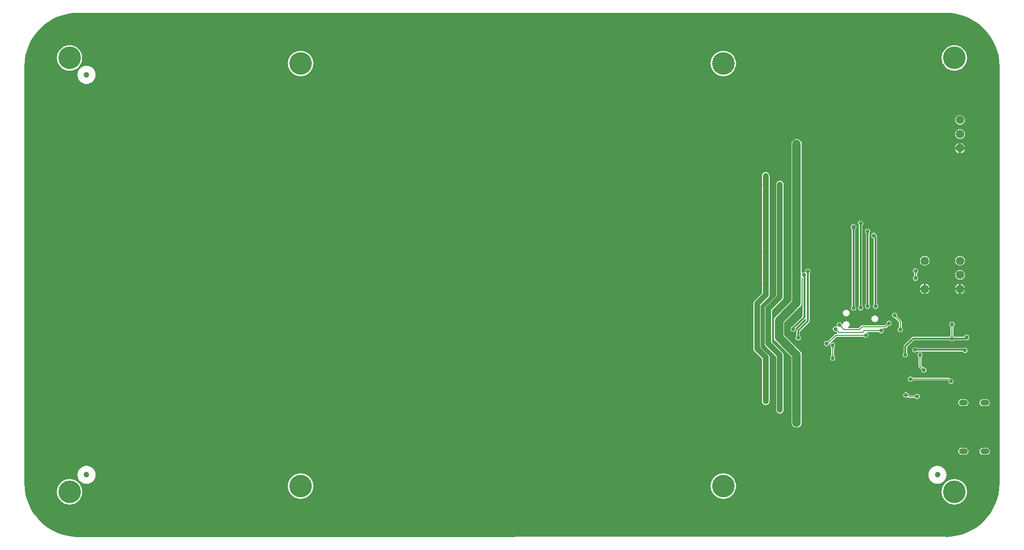
<source format=gbl>
G04*
G04 #@! TF.GenerationSoftware,Altium Limited,CircuitStudio,1.5.2 (30)*
G04*
G04 Layer_Physical_Order=2*
G04 Layer_Color=26367*
%FSLAX25Y25*%
%MOIN*%
G70*
G01*
G75*
%ADD26C,0.03937*%
%ADD44C,0.01181*%
%ADD45C,0.00787*%
%ADD46C,0.00591*%
%ADD47C,0.03937*%
%ADD48C,0.05906*%
%ADD50C,0.05906*%
%ADD51C,0.15748*%
%ADD52O,0.06299X0.03937*%
%ADD53C,0.03150*%
%ADD54C,0.02756*%
G36*
X-2235Y334510D02*
X1400Y333971D01*
X4965Y333078D01*
X8425Y331840D01*
X11747Y330269D01*
X14899Y328380D01*
X17850Y326191D01*
X20573Y323723D01*
X23041Y321000D01*
X25230Y318048D01*
X27119Y314896D01*
X28691Y311574D01*
X29929Y308114D01*
X30822Y304550D01*
X31361Y300915D01*
X31539Y297289D01*
X31496Y297244D01*
X31496D01*
X31541Y5906D01*
X31361Y2235D01*
X30822Y-1400D01*
X29929Y-4965D01*
X28691Y-8425D01*
X27119Y-11747D01*
X25230Y-14899D01*
X23041Y-17850D01*
X20573Y-20573D01*
X17850Y-23041D01*
X14899Y-25230D01*
X11747Y-27119D01*
X8425Y-28691D01*
X4965Y-29929D01*
X1400Y-30822D01*
X-2235Y-31361D01*
X-5861Y-31539D01*
X-5906Y-31496D01*
Y-31496D01*
X-612205Y-31541D01*
X-615875Y-31361D01*
X-619510Y-30822D01*
X-623075Y-29929D01*
X-626535Y-28691D01*
X-629857Y-27119D01*
X-633009Y-25230D01*
X-635961Y-23041D01*
X-638684Y-20573D01*
X-641151Y-17850D01*
X-643340Y-14899D01*
X-645230Y-11747D01*
X-646801Y-8425D01*
X-648039Y-4965D01*
X-648932Y-1400D01*
X-649471Y2235D01*
X-649649Y5861D01*
X-649606Y5906D01*
X-649606D01*
X-649651Y297244D01*
X-649471Y300915D01*
X-648932Y304550D01*
X-648039Y308114D01*
X-646801Y311574D01*
X-645230Y314896D01*
X-643340Y318048D01*
X-641151Y321000D01*
X-638684Y323723D01*
X-635961Y326191D01*
X-633009Y328380D01*
X-629857Y330269D01*
X-626535Y331840D01*
X-623075Y333078D01*
X-619510Y333971D01*
X-615875Y334510D01*
X-612250Y334689D01*
X-612205Y334646D01*
Y334646D01*
X-5906Y334691D01*
X-2235Y334510D01*
D02*
G37*
%LPC*%
G36*
X-27559Y100971D02*
X-28250Y100833D01*
X-28836Y100442D01*
X-29228Y99856D01*
X-29365Y99164D01*
X-29228Y98473D01*
X-28836Y97887D01*
X-28250Y97496D01*
X-27559Y97358D01*
X-26868Y97496D01*
X-26282Y97887D01*
X-26233Y97960D01*
X-24142D01*
X-24101Y97541D01*
X-24096Y97493D01*
X-24094Y97468D01*
X-24093Y97461D01*
X-24390Y97401D01*
X-24403Y97399D01*
X-24403D01*
X-24707Y97338D01*
X-25293Y96947D01*
X-25685Y96361D01*
X-25822Y95669D01*
X-25685Y94978D01*
X-25293Y94392D01*
X-24919Y94142D01*
Y87795D01*
X-24850Y87450D01*
X-24654Y87157D01*
X-22978Y85481D01*
X-23066Y85039D01*
X-22929Y84348D01*
X-22537Y83762D01*
X-21951Y83371D01*
X-21260Y83233D01*
X-20569Y83371D01*
X-19983Y83762D01*
X-19591Y84348D01*
X-19454Y85039D01*
X-19591Y85731D01*
X-19983Y86317D01*
X-20569Y86708D01*
X-21260Y86846D01*
X-21701Y86758D01*
X-23113Y88169D01*
Y94142D01*
X-22738Y94392D01*
X-22347Y94978D01*
X-22209Y95669D01*
X-22347Y96361D01*
X-22738Y96947D01*
X-23325Y97338D01*
X-23629Y97399D01*
X-23629D01*
X-23642Y97401D01*
X-23938Y97461D01*
X-23938Y97468D01*
X-23935Y97493D01*
X-23931Y97541D01*
X-23889Y97960D01*
X5923D01*
X6203Y97542D01*
X6789Y97150D01*
X7480Y97013D01*
X8172Y97150D01*
X8758Y97542D01*
X9149Y98128D01*
X9287Y98819D01*
X9149Y99510D01*
X8758Y100096D01*
X8172Y100488D01*
X7480Y100625D01*
X6789Y100488D01*
X6611Y100369D01*
X-26233D01*
X-26282Y100442D01*
X-26868Y100833D01*
X-27559Y100971D01*
D02*
G37*
G36*
X-1575Y118736D02*
X-2266Y118598D01*
X-2852Y118206D01*
X-3244Y117620D01*
X-3381Y116929D01*
X-3244Y116238D01*
X-2852Y115652D01*
X-2578Y115469D01*
Y108547D01*
X-2852Y108364D01*
X-2901Y108291D01*
X-28740D01*
X-29201Y108199D01*
X-29592Y107938D01*
X-29592Y107938D01*
X-35103Y102426D01*
X-35364Y102036D01*
X-35456Y101575D01*
X-35456Y101575D01*
Y96995D01*
X-35529Y96947D01*
X-35921Y96361D01*
X-36058Y95669D01*
X-35921Y94978D01*
X-35529Y94392D01*
X-34943Y94000D01*
X-34252Y93863D01*
X-33561Y94000D01*
X-32975Y94392D01*
X-32583Y94978D01*
X-32446Y95669D01*
X-32583Y96361D01*
X-32975Y96947D01*
X-33048Y96995D01*
Y101076D01*
X-28241Y105882D01*
X-2901D01*
X-2852Y105809D01*
X-2266Y105418D01*
X-1575Y105280D01*
X-883Y105418D01*
X-298Y105809D01*
X-249Y105882D01*
X8661D01*
X9122Y105974D01*
X9513Y106235D01*
X9606Y106375D01*
X9939Y106597D01*
X10330Y107183D01*
X10468Y107874D01*
X10330Y108565D01*
X9939Y109151D01*
X9353Y109543D01*
X8661Y109680D01*
X7970Y109543D01*
X7384Y109151D01*
X6993Y108565D01*
X6938Y108291D01*
X-249D01*
X-298Y108364D01*
X-571Y108547D01*
Y115469D01*
X-298Y115652D01*
X94Y116238D01*
X232Y116929D01*
X94Y117620D01*
X-298Y118206D01*
X-883Y118598D01*
X-1575Y118736D01*
D02*
G37*
G36*
X-110236Y246487D02*
X-111161Y246365D01*
X-112023Y246008D01*
X-112763Y245441D01*
X-113331Y244700D01*
X-113688Y243838D01*
X-113810Y242913D01*
Y164173D01*
Y133370D01*
X-124968Y122212D01*
X-125536Y121472D01*
X-125893Y120610D01*
X-126015Y119685D01*
Y107874D01*
X-125893Y106949D01*
X-125536Y106087D01*
X-124968Y105347D01*
X-113810Y94189D01*
Y85433D01*
Y48425D01*
X-113688Y47500D01*
X-113331Y46638D01*
X-112763Y45898D01*
X-112023Y45330D01*
X-111161Y44973D01*
X-110236Y44851D01*
X-109311Y44973D01*
X-108449Y45330D01*
X-107709Y45898D01*
X-107141Y46638D01*
X-106784Y47500D01*
X-106662Y48425D01*
Y85433D01*
Y95669D01*
X-106784Y96594D01*
X-107141Y97456D01*
X-107709Y98196D01*
X-107709Y98196D01*
X-118867Y109354D01*
Y118205D01*
X-107709Y129363D01*
X-107709Y129363D01*
X-107141Y130103D01*
X-106784Y130965D01*
X-106662Y131890D01*
Y149565D01*
X-106162Y149844D01*
X-105929Y149700D01*
Y122546D01*
X-112961Y115514D01*
X-113290Y115448D01*
X-113876Y115057D01*
X-114267Y114471D01*
X-114405Y113779D01*
X-114267Y113088D01*
X-113876Y112502D01*
X-113290Y112111D01*
X-112598Y111973D01*
X-111907Y112111D01*
X-111321Y112502D01*
X-110930Y113088D01*
X-110792Y113779D01*
X-110874Y114194D01*
X-104067Y121002D01*
X-103567Y120795D01*
Y119790D01*
X-109907Y113450D01*
X-110168Y113059D01*
X-110259Y112598D01*
X-110259Y112598D01*
Y108806D01*
X-110332Y108758D01*
X-110724Y108172D01*
X-110862Y107480D01*
X-110724Y106789D01*
X-110332Y106203D01*
X-109746Y105812D01*
X-109055Y105674D01*
X-108364Y105812D01*
X-107778Y106203D01*
X-107386Y106789D01*
X-107249Y107480D01*
X-107386Y108172D01*
X-107778Y108758D01*
X-107851Y108806D01*
Y112100D01*
X-101511Y118440D01*
X-101511Y118440D01*
X-101354Y118674D01*
X-101250Y118831D01*
X-101158Y119291D01*
Y152611D01*
X-101085Y152660D01*
X-100693Y153246D01*
X-100556Y153937D01*
X-100693Y154628D01*
X-101085Y155214D01*
X-101671Y155606D01*
X-102362Y155743D01*
X-103053Y155606D01*
X-103639Y155214D01*
X-104031Y154628D01*
X-104169Y153937D01*
X-104108Y153632D01*
X-104223Y153491D01*
X-104545Y153267D01*
X-105118Y153381D01*
X-105809Y153244D01*
X-106162Y153008D01*
X-106662Y153275D01*
Y164173D01*
Y242913D01*
X-106784Y243838D01*
X-107141Y244700D01*
X-107709Y245441D01*
X-108449Y246008D01*
X-109311Y246365D01*
X-110236Y246487D01*
D02*
G37*
G36*
X-33858Y69523D02*
X-34549Y69385D01*
X-35136Y68994D01*
X-35527Y68408D01*
X-35665Y67716D01*
X-35527Y67025D01*
X-35136Y66439D01*
X-34549Y66048D01*
X-33858Y65910D01*
X-33167Y66048D01*
X-32639Y66401D01*
X-32135Y65897D01*
X-31842Y65701D01*
X-31496Y65632D01*
X-31496Y65632D01*
X-27512D01*
X-27261Y65258D01*
X-26676Y64867D01*
X-25984Y64729D01*
X-25293Y64867D01*
X-24707Y65258D01*
X-24315Y65844D01*
X-24178Y66535D01*
X-24315Y67227D01*
X-24707Y67813D01*
X-25293Y68204D01*
X-25984Y68342D01*
X-26676Y68204D01*
X-27261Y67813D01*
X-27512Y67439D01*
X-31122D01*
X-32039Y68355D01*
X-32248Y68495D01*
X-32581Y68994D01*
X-33167Y69385D01*
X-33858Y69523D01*
D02*
G37*
G36*
X-30709Y80546D02*
X-31400Y80409D01*
X-31986Y80017D01*
X-32377Y79431D01*
X-32515Y78740D01*
X-32377Y78049D01*
X-31986Y77463D01*
X-31400Y77071D01*
X-30709Y76934D01*
X-30017Y77071D01*
X-29431Y77463D01*
X-29181Y77837D01*
X-4482D01*
X-4118Y77417D01*
X-4169Y77165D01*
X-4031Y76474D01*
X-3639Y75888D01*
X-3053Y75497D01*
X-2362Y75359D01*
X-1671Y75497D01*
X-1085Y75888D01*
X-693Y76474D01*
X-556Y77165D01*
X-693Y77857D01*
X-1085Y78443D01*
X-1671Y78834D01*
X-2362Y78972D01*
X-2803Y78884D01*
X-3298Y79379D01*
X-3591Y79575D01*
X-3937Y79643D01*
X-29181D01*
X-29431Y80017D01*
X-30017Y80409D01*
X-30709Y80546D01*
D02*
G37*
G36*
X-85039Y104225D02*
X-85731Y104087D01*
X-86317Y103695D01*
X-86708Y103109D01*
X-86846Y102418D01*
X-86708Y101727D01*
X-86317Y101141D01*
X-86043Y100958D01*
Y94767D01*
X-86317Y94584D01*
X-86708Y93998D01*
X-86846Y93307D01*
X-86708Y92616D01*
X-86317Y92030D01*
X-85731Y91638D01*
X-85039Y91501D01*
X-84348Y91638D01*
X-83762Y92030D01*
X-83371Y92616D01*
X-83233Y93307D01*
X-83371Y93998D01*
X-83762Y94584D01*
X-84036Y94767D01*
Y100958D01*
X-83762Y101141D01*
X-83371Y101727D01*
X-83233Y102418D01*
X-83371Y103109D01*
X-83762Y103695D01*
X-84348Y104087D01*
X-85039Y104225D01*
D02*
G37*
G36*
X-75512Y127257D02*
X-76427Y127075D01*
X-77202Y126556D01*
X-77720Y125781D01*
X-77902Y124866D01*
X-77720Y123951D01*
X-77202Y123176D01*
X-76427Y122658D01*
X-75512Y122476D01*
X-74597Y122658D01*
X-73822Y123176D01*
X-73303Y123951D01*
X-73121Y124866D01*
X-73303Y125781D01*
X-73822Y126556D01*
X-74597Y127075D01*
X-75512Y127257D01*
D02*
G37*
G36*
X-70472Y187046D02*
X-71241Y186894D01*
X-71892Y186459D01*
X-72327Y185807D01*
X-72479Y185039D01*
X-72327Y184271D01*
X-71892Y183620D01*
X-71677Y183476D01*
Y129673D01*
X-71750Y129624D01*
X-72141Y129038D01*
X-72279Y128347D01*
X-72141Y127655D01*
X-71750Y127069D01*
X-71164Y126678D01*
X-70472Y126540D01*
X-69781Y126678D01*
X-69195Y127069D01*
X-68804Y127655D01*
X-68666Y128347D01*
X-68804Y129038D01*
X-69195Y129624D01*
X-69268Y129673D01*
Y183476D01*
X-69053Y183620D01*
X-68618Y184271D01*
X-68465Y185039D01*
X-68618Y185807D01*
X-69053Y186459D01*
X-69704Y186894D01*
X-70472Y187046D01*
D02*
G37*
G36*
X-65512Y189444D02*
X-66203Y189307D01*
X-66789Y188915D01*
X-67181Y188329D01*
X-67318Y187638D01*
X-67181Y186946D01*
X-66789Y186361D01*
X-66716Y186312D01*
Y129830D01*
X-66789Y129781D01*
X-67181Y129195D01*
X-67318Y128504D01*
X-67181Y127813D01*
X-66789Y127227D01*
X-66203Y126835D01*
X-65512Y126698D01*
X-64821Y126835D01*
X-64235Y127227D01*
X-63843Y127813D01*
X-63705Y128504D01*
X-63843Y129195D01*
X-64235Y129781D01*
X-64308Y129830D01*
Y186312D01*
X-64235Y186361D01*
X-63843Y186946D01*
X-63705Y187638D01*
X-63843Y188329D01*
X-64235Y188915D01*
X-64821Y189307D01*
X-65512Y189444D01*
D02*
G37*
G36*
X-41732Y125035D02*
X-42424Y124897D01*
X-43010Y124506D01*
X-43401Y123920D01*
X-43539Y123228D01*
X-43401Y122537D01*
X-43010Y121951D01*
X-42424Y121560D01*
X-41740Y121424D01*
X-38799Y118482D01*
Y114846D01*
X-39073Y114663D01*
X-39464Y114077D01*
X-39602Y113386D01*
X-39464Y112695D01*
X-39073Y112109D01*
X-38486Y111717D01*
X-37795Y111580D01*
X-37104Y111717D01*
X-36518Y112109D01*
X-36126Y112695D01*
X-35989Y113386D01*
X-36126Y114077D01*
X-36518Y114663D01*
X-36792Y114846D01*
Y118898D01*
X-36856Y119218D01*
X-36868Y119282D01*
X-37086Y119607D01*
X-40056Y122577D01*
X-39926Y123228D01*
X-40063Y123920D01*
X-40455Y124506D01*
X-41041Y124897D01*
X-41732Y125035D01*
D02*
G37*
G36*
X-45669Y119523D02*
X-46361Y119385D01*
X-46947Y118994D01*
X-47338Y118408D01*
X-47476Y117717D01*
X-47411Y117394D01*
X-48447Y116358D01*
X-64468D01*
X-64852Y116281D01*
X-65178Y116064D01*
X-66853Y114389D01*
X-74099D01*
X-74250Y114889D01*
X-73822Y115176D01*
X-73303Y115951D01*
X-73121Y116866D01*
X-73303Y117781D01*
X-73822Y118556D01*
X-74597Y119075D01*
X-75512Y119256D01*
X-76427Y119075D01*
X-77202Y118556D01*
X-77720Y117781D01*
X-77902Y116866D01*
X-77749Y116096D01*
X-78204Y115843D01*
X-78573Y116212D01*
X-78509Y116535D01*
X-78646Y117227D01*
X-79038Y117813D01*
X-79624Y118204D01*
X-80315Y118342D01*
X-81006Y118204D01*
X-81592Y117813D01*
X-81984Y117227D01*
X-82121Y116535D01*
X-81984Y115844D01*
X-81913Y115738D01*
X-82273Y115377D01*
X-82380Y115448D01*
X-83071Y115586D01*
X-83762Y115448D01*
X-84348Y115057D01*
X-84740Y114471D01*
X-84877Y113779D01*
X-84740Y113088D01*
X-84348Y112502D01*
X-83762Y112111D01*
X-83071Y111973D01*
X-82748Y112037D01*
X-81663Y110952D01*
X-81870Y110452D01*
X-82677D01*
X-82998Y110389D01*
X-83061Y110376D01*
X-83387Y110158D01*
X-88472Y105074D01*
X-88679Y105212D01*
X-89370Y105350D01*
X-90061Y105212D01*
X-90647Y104821D01*
X-91039Y104235D01*
X-91176Y103543D01*
X-91039Y102852D01*
X-90647Y102266D01*
X-90061Y101874D01*
X-89370Y101737D01*
X-88679Y101874D01*
X-88093Y102266D01*
X-87701Y102852D01*
X-87663Y103044D01*
X-82262Y108445D01*
X-63271D01*
X-63088Y108171D01*
X-62502Y107780D01*
X-61811Y107642D01*
X-61120Y107780D01*
X-60534Y108171D01*
X-60142Y108758D01*
X-60005Y109449D01*
X-60142Y110140D01*
X-60534Y110726D01*
X-61086Y111095D01*
X-61090Y111131D01*
X-60794Y111595D01*
X-52641D01*
X-52458Y111321D01*
X-51872Y110930D01*
X-51181Y110792D01*
X-50490Y110930D01*
X-49904Y111321D01*
X-49512Y111907D01*
X-49375Y112598D01*
X-49512Y113290D01*
X-49887Y113851D01*
X-49858Y113990D01*
X-49715Y114351D01*
X-48031D01*
X-47648Y114427D01*
X-47322Y114645D01*
X-45992Y115974D01*
X-45669Y115910D01*
X-44978Y116048D01*
X-44392Y116439D01*
X-44000Y117025D01*
X-43863Y117717D01*
X-44000Y118408D01*
X-44392Y118994D01*
X-44978Y119385D01*
X-45669Y119523D01*
D02*
G37*
G36*
X-55512Y123257D02*
X-56427Y123075D01*
X-57202Y122556D01*
X-57720Y121781D01*
X-57902Y120866D01*
X-57720Y119951D01*
X-57202Y119176D01*
X-56427Y118658D01*
X-55512Y118476D01*
X-54597Y118658D01*
X-53821Y119176D01*
X-53303Y119951D01*
X-53121Y120866D01*
X-53303Y121781D01*
X-53821Y122556D01*
X-54597Y123075D01*
X-55512Y123257D01*
D02*
G37*
G36*
X-161417Y12838D02*
X-163154Y12667D01*
X-164824Y12161D01*
X-166363Y11338D01*
X-167711Y10231D01*
X-168818Y8882D01*
X-169641Y7343D01*
X-170147Y5674D01*
X-170318Y3937D01*
X-170147Y2200D01*
X-169641Y531D01*
X-168818Y-1008D01*
X-167711Y-2357D01*
X-166363Y-3464D01*
X-164824Y-4287D01*
X-163154Y-4793D01*
X-161417Y-4964D01*
X-159681Y-4793D01*
X-158011Y-4287D01*
X-156472Y-3464D01*
X-155123Y-2357D01*
X-154016Y-1008D01*
X-153194Y531D01*
X-152687Y2200D01*
X-152516Y3937D01*
X-152687Y5674D01*
X-153194Y7343D01*
X-154016Y8882D01*
X-155123Y10231D01*
X-156472Y11338D01*
X-158011Y12161D01*
X-159681Y12667D01*
X-161417Y12838D01*
D02*
G37*
G36*
X-606299Y18141D02*
X-607534Y18019D01*
X-608721Y17659D01*
X-609816Y17074D01*
X-610775Y16287D01*
X-611562Y15328D01*
X-612147Y14233D01*
X-612507Y13046D01*
X-612629Y11811D01*
X-612507Y10576D01*
X-612147Y9389D01*
X-611562Y8294D01*
X-610775Y7335D01*
X-609816Y6548D01*
X-608721Y5963D01*
X-607534Y5603D01*
X-606299Y5481D01*
X-605064Y5603D01*
X-603877Y5963D01*
X-602783Y6548D01*
X-601823Y7335D01*
X-601036Y8294D01*
X-600451Y9389D01*
X-600091Y10576D01*
X-599969Y11811D01*
X-600091Y13046D01*
X-600451Y14233D01*
X-601036Y15328D01*
X-601823Y16287D01*
X-602783Y17074D01*
X-603877Y17659D01*
X-605064Y18019D01*
X-606299Y18141D01*
D02*
G37*
G36*
X-11811D02*
X-13046Y18019D01*
X-14233Y17659D01*
X-15328Y17074D01*
X-16287Y16287D01*
X-17074Y15328D01*
X-17659Y14233D01*
X-18019Y13046D01*
X-18141Y11811D01*
X-18019Y10576D01*
X-17659Y9389D01*
X-17074Y8294D01*
X-16287Y7335D01*
X-15328Y6548D01*
X-14233Y5963D01*
X-13046Y5603D01*
X-11811Y5481D01*
X-10576Y5603D01*
X-9389Y5963D01*
X-8294Y6548D01*
X-7335Y7335D01*
X-6548Y8294D01*
X-5963Y9389D01*
X-5603Y10576D01*
X-5481Y11811D01*
X-5603Y13046D01*
X-5963Y14233D01*
X-6548Y15328D01*
X-7335Y16287D01*
X-8294Y17074D01*
X-9389Y17659D01*
X-10576Y18019D01*
X-11811Y18141D01*
D02*
G37*
G36*
X-618110Y8901D02*
X-619847Y8730D01*
X-621517Y8224D01*
X-623055Y7401D01*
X-624404Y6294D01*
X-625511Y4945D01*
X-626334Y3406D01*
X-626840Y1736D01*
X-627011Y0D01*
X-626840Y-1736D01*
X-626334Y-3406D01*
X-625511Y-4945D01*
X-624404Y-6294D01*
X-623055Y-7401D01*
X-621517Y-8224D01*
X-619847Y-8730D01*
X-618110Y-8901D01*
X-616374Y-8730D01*
X-614704Y-8224D01*
X-613165Y-7401D01*
X-611816Y-6294D01*
X-610709Y-4945D01*
X-609887Y-3406D01*
X-609380Y-1736D01*
X-609209Y0D01*
X-609380Y1736D01*
X-609887Y3406D01*
X-610709Y4945D01*
X-611816Y6294D01*
X-613165Y7401D01*
X-614704Y8224D01*
X-616374Y8730D01*
X-618110Y8901D01*
D02*
G37*
G36*
X0D02*
X-1736Y8730D01*
X-3406Y8224D01*
X-4945Y7401D01*
X-6294Y6294D01*
X-7401Y4945D01*
X-8224Y3406D01*
X-8730Y1736D01*
X-8901Y0D01*
X-8730Y-1736D01*
X-8224Y-3406D01*
X-7401Y-4945D01*
X-6294Y-6294D01*
X-4945Y-7401D01*
X-3406Y-8224D01*
X-1736Y-8730D01*
X0Y-8901D01*
X1736Y-8730D01*
X3406Y-8224D01*
X4945Y-7401D01*
X6294Y-6294D01*
X7401Y-4945D01*
X8224Y-3406D01*
X8730Y-1736D01*
X8901Y0D01*
X8730Y1736D01*
X8224Y3406D01*
X7401Y4945D01*
X6294Y6294D01*
X4945Y7401D01*
X3406Y8224D01*
X1736Y8730D01*
X0Y8901D01*
D02*
G37*
G36*
X-456693Y12838D02*
X-458429Y12667D01*
X-460099Y12161D01*
X-461638Y11338D01*
X-462987Y10231D01*
X-464094Y8882D01*
X-464917Y7343D01*
X-465423Y5674D01*
X-465594Y3937D01*
X-465423Y2200D01*
X-464917Y531D01*
X-464094Y-1008D01*
X-462987Y-2357D01*
X-461638Y-3464D01*
X-460099Y-4287D01*
X-458429Y-4793D01*
X-456693Y-4964D01*
X-454956Y-4793D01*
X-453287Y-4287D01*
X-451748Y-3464D01*
X-450399Y-2357D01*
X-449292Y-1008D01*
X-448469Y531D01*
X-447963Y2200D01*
X-447792Y3937D01*
X-447963Y5674D01*
X-448469Y7343D01*
X-449292Y8882D01*
X-450399Y10231D01*
X-451748Y11338D01*
X-453287Y12161D01*
X-454956Y12667D01*
X-456693Y12838D01*
D02*
G37*
G36*
X7441Y64692D02*
X5079D01*
X4157Y64509D01*
X3376Y63986D01*
X2854Y63205D01*
X2670Y62283D01*
X2854Y61362D01*
X3376Y60580D01*
X4157Y60058D01*
X5079Y59875D01*
X7441D01*
X8363Y60058D01*
X9144Y60580D01*
X9666Y61362D01*
X9849Y62283D01*
X9666Y63205D01*
X9144Y63986D01*
X8363Y64509D01*
X7441Y64692D01*
D02*
G37*
G36*
X22402D02*
X20039D01*
X19118Y64509D01*
X18336Y63986D01*
X17814Y63205D01*
X17631Y62283D01*
X17814Y61362D01*
X18336Y60580D01*
X19118Y60058D01*
X20039Y59875D01*
X22402D01*
X23323Y60058D01*
X24105Y60580D01*
X24627Y61362D01*
X24810Y62283D01*
X24627Y63205D01*
X24105Y63986D01*
X23323Y64509D01*
X22402Y64692D01*
D02*
G37*
G36*
X-131693Y223250D02*
X-132361Y223163D01*
X-132984Y222905D01*
X-133518Y222494D01*
X-133928Y221960D01*
X-134186Y221337D01*
X-134274Y220669D01*
Y141929D01*
Y138668D01*
X-139620Y133321D01*
X-140031Y132787D01*
X-140159Y132475D01*
X-140288Y132164D01*
X-140376Y131496D01*
Y100000D01*
X-140288Y99332D01*
X-140159Y99021D01*
X-140031Y98709D01*
X-139620Y98175D01*
X-134274Y92829D01*
Y63189D01*
X-134186Y62521D01*
X-133928Y61898D01*
X-133518Y61364D01*
X-132984Y60954D01*
X-132361Y60696D01*
X-131693Y60608D01*
X-131025Y60696D01*
X-130402Y60954D01*
X-129868Y61364D01*
X-129458Y61898D01*
X-129200Y62521D01*
X-129112Y63189D01*
Y93898D01*
X-129200Y94566D01*
X-129329Y94877D01*
X-129458Y95188D01*
X-129868Y95723D01*
X-135214Y101069D01*
Y130427D01*
X-129868Y135773D01*
X-129458Y136308D01*
X-129329Y136619D01*
X-129200Y136930D01*
X-129112Y137598D01*
Y141929D01*
Y220669D01*
X-129200Y221337D01*
X-129458Y221960D01*
X-129868Y222494D01*
X-130402Y222905D01*
X-131025Y223163D01*
X-131693Y223250D01*
D02*
G37*
G36*
X7441Y30676D02*
X5079D01*
X4157Y30493D01*
X3376Y29971D01*
X2854Y29189D01*
X2670Y28268D01*
X2854Y27346D01*
X3376Y26565D01*
X4157Y26043D01*
X5079Y25859D01*
X7441D01*
X8363Y26043D01*
X9144Y26565D01*
X9666Y27346D01*
X9849Y28268D01*
X9666Y29189D01*
X9144Y29971D01*
X8363Y30493D01*
X7441Y30676D01*
D02*
G37*
G36*
X22402D02*
X20039D01*
X19118Y30493D01*
X18336Y29971D01*
X17814Y29189D01*
X17631Y28268D01*
X17814Y27346D01*
X18336Y26565D01*
X19118Y26043D01*
X20039Y25859D01*
X22402D01*
X23323Y26043D01*
X24105Y26565D01*
X24627Y27346D01*
X24810Y28268D01*
X24627Y29189D01*
X24105Y29971D01*
X23323Y30493D01*
X22402Y30676D01*
D02*
G37*
G36*
X-121850Y217345D02*
X-122518Y217257D01*
X-123141Y216999D01*
X-123676Y216589D01*
X-124086Y216054D01*
X-124344Y215432D01*
X-124432Y214764D01*
Y137093D01*
X-131746Y129778D01*
X-132157Y129243D01*
X-132252Y129013D01*
X-132414Y128621D01*
X-132502Y127953D01*
Y103543D01*
X-132414Y102875D01*
X-132285Y102564D01*
X-132157Y102253D01*
X-131746Y101718D01*
X-124432Y94403D01*
Y57284D01*
X-124344Y56615D01*
X-124086Y55993D01*
X-123676Y55458D01*
X-123141Y55048D01*
X-122518Y54790D01*
X-121850Y54702D01*
X-121182Y54790D01*
X-120560Y55048D01*
X-120025Y55458D01*
X-119615Y55993D01*
X-119357Y56615D01*
X-119269Y57284D01*
Y95472D01*
X-119357Y96140D01*
X-119615Y96763D01*
X-119820Y97030D01*
X-120025Y97298D01*
X-127340Y104612D01*
Y126884D01*
X-120025Y134198D01*
X-119820Y134466D01*
X-119615Y134733D01*
X-119357Y135356D01*
X-119269Y136024D01*
Y214764D01*
X-119357Y215432D01*
X-119615Y216054D01*
X-120025Y216589D01*
X-120560Y216999D01*
X-121182Y217257D01*
X-121850Y217345D01*
D02*
G37*
G36*
X-60630Y183696D02*
X-61321Y183559D01*
X-61907Y183167D01*
X-62299Y182581D01*
X-62436Y181890D01*
X-62299Y181199D01*
X-61907Y180613D01*
X-61834Y180564D01*
Y130854D01*
X-61907Y130805D01*
X-62299Y130219D01*
X-62436Y129528D01*
X-62299Y128836D01*
X-61907Y128250D01*
X-61321Y127859D01*
X-60630Y127721D01*
X-59939Y127859D01*
X-59353Y128250D01*
X-58961Y128836D01*
X-58824Y129528D01*
X-58961Y130219D01*
X-59353Y130805D01*
X-59426Y130854D01*
Y180564D01*
X-59353Y180613D01*
X-58961Y181199D01*
X-58824Y181890D01*
X-58961Y182581D01*
X-59353Y183167D01*
X-59939Y183559D01*
X-60630Y183696D01*
D02*
G37*
G36*
X3150Y243628D02*
X3012Y243610D01*
X2150Y243253D01*
X1410Y242685D01*
X842Y241944D01*
X485Y241083D01*
X467Y240945D01*
X3150D01*
Y243628D01*
D02*
G37*
G36*
X4724D02*
Y240945D01*
X7407D01*
X7389Y241083D01*
X7032Y241944D01*
X6464Y242685D01*
X5724Y243253D01*
X4862Y243610D01*
X4724Y243628D01*
D02*
G37*
G36*
X3937Y253375D02*
X3063Y253260D01*
X2249Y252923D01*
X1550Y252387D01*
X1014Y251688D01*
X677Y250874D01*
X562Y250000D01*
X677Y249126D01*
X1014Y248312D01*
X1550Y247613D01*
X2249Y247077D01*
X3063Y246740D01*
X3937Y246625D01*
X4811Y246740D01*
X5625Y247077D01*
X6324Y247613D01*
X6860Y248312D01*
X7197Y249126D01*
X7312Y250000D01*
X7197Y250874D01*
X6860Y251688D01*
X6324Y252387D01*
X5625Y252923D01*
X4811Y253260D01*
X3937Y253375D01*
D02*
G37*
G36*
Y164793D02*
X3063Y164678D01*
X2249Y164340D01*
X1550Y163804D01*
X1014Y163105D01*
X677Y162291D01*
X562Y161417D01*
X677Y160544D01*
X1014Y159730D01*
X1550Y159031D01*
X2249Y158494D01*
X3063Y158157D01*
X3937Y158042D01*
X4811Y158157D01*
X5625Y158494D01*
X6324Y159031D01*
X6860Y159730D01*
X7197Y160544D01*
X7312Y161417D01*
X7197Y162291D01*
X6860Y163105D01*
X6324Y163804D01*
X5625Y164340D01*
X4811Y164678D01*
X3937Y164793D01*
D02*
G37*
G36*
X3150Y239370D02*
X467D01*
X485Y239232D01*
X842Y238371D01*
X1410Y237630D01*
X2150Y237062D01*
X3012Y236705D01*
X3150Y236687D01*
Y239370D01*
D02*
G37*
G36*
X7407D02*
X4724D01*
Y236687D01*
X4862Y236705D01*
X5724Y237062D01*
X6464Y237630D01*
X7032Y238371D01*
X7389Y239232D01*
X7407Y239370D01*
D02*
G37*
G36*
X-161417Y308114D02*
X-163154Y307943D01*
X-164824Y307436D01*
X-166363Y306614D01*
X-167711Y305507D01*
X-168818Y304158D01*
X-169641Y302619D01*
X-170147Y300949D01*
X-170318Y299213D01*
X-170147Y297476D01*
X-169641Y295806D01*
X-168818Y294267D01*
X-167711Y292919D01*
X-166363Y291812D01*
X-164824Y290989D01*
X-163154Y290482D01*
X-161417Y290312D01*
X-159681Y290482D01*
X-158011Y290989D01*
X-156472Y291812D01*
X-155123Y292919D01*
X-154016Y294267D01*
X-153194Y295806D01*
X-152687Y297476D01*
X-152516Y299213D01*
X-152687Y300949D01*
X-153194Y302619D01*
X-154016Y304158D01*
X-155123Y305507D01*
X-156472Y306614D01*
X-158011Y307436D01*
X-159681Y307943D01*
X-161417Y308114D01*
D02*
G37*
G36*
X-618110Y312051D02*
X-619847Y311880D01*
X-621517Y311373D01*
X-623055Y310551D01*
X-624404Y309444D01*
X-625511Y308095D01*
X-626334Y306556D01*
X-626840Y304886D01*
X-627011Y303150D01*
X-626840Y301413D01*
X-626334Y299743D01*
X-625511Y298204D01*
X-624404Y296856D01*
X-623055Y295749D01*
X-621517Y294926D01*
X-619847Y294420D01*
X-618110Y294249D01*
X-616374Y294420D01*
X-614704Y294926D01*
X-613165Y295749D01*
X-611816Y296856D01*
X-610709Y298204D01*
X-609887Y299743D01*
X-609380Y301413D01*
X-609209Y303150D01*
X-609380Y304886D01*
X-609887Y306556D01*
X-610709Y308095D01*
X-611816Y309444D01*
X-613165Y310551D01*
X-614704Y311373D01*
X-616374Y311880D01*
X-618110Y312051D01*
D02*
G37*
G36*
X0D02*
X-1736Y311880D01*
X-3406Y311373D01*
X-4945Y310551D01*
X-6294Y309444D01*
X-7401Y308095D01*
X-8224Y306556D01*
X-8730Y304886D01*
X-8901Y303150D01*
X-8730Y301413D01*
X-8224Y299743D01*
X-7401Y298204D01*
X-6294Y296856D01*
X-4945Y295749D01*
X-3406Y294926D01*
X-1736Y294420D01*
X0Y294249D01*
X1736Y294420D01*
X3406Y294926D01*
X4945Y295749D01*
X6294Y296856D01*
X7401Y298204D01*
X8224Y299743D01*
X8730Y301413D01*
X8901Y303150D01*
X8730Y304886D01*
X8224Y306556D01*
X7401Y308095D01*
X6294Y309444D01*
X4945Y310551D01*
X3406Y311373D01*
X1736Y311880D01*
X0Y312051D01*
D02*
G37*
G36*
X3937Y263218D02*
X3063Y263103D01*
X2249Y262766D01*
X1550Y262229D01*
X1014Y261530D01*
X677Y260716D01*
X562Y259842D01*
X677Y258969D01*
X1014Y258155D01*
X1550Y257456D01*
X2249Y256919D01*
X3063Y256582D01*
X3937Y256467D01*
X4811Y256582D01*
X5625Y256919D01*
X6324Y257456D01*
X6860Y258155D01*
X7197Y258969D01*
X7312Y259842D01*
X7197Y260716D01*
X6860Y261530D01*
X6324Y262229D01*
X5625Y262766D01*
X4811Y263103D01*
X3937Y263218D01*
D02*
G37*
G36*
X-606299Y297668D02*
X-607534Y297547D01*
X-608721Y297186D01*
X-609816Y296602D01*
X-610775Y295814D01*
X-611562Y294855D01*
X-612147Y293761D01*
X-612507Y292573D01*
X-612629Y291339D01*
X-612507Y290104D01*
X-612147Y288916D01*
X-611562Y287822D01*
X-610775Y286863D01*
X-609816Y286076D01*
X-608721Y285491D01*
X-607534Y285131D01*
X-606299Y285009D01*
X-605064Y285131D01*
X-603877Y285491D01*
X-602783Y286076D01*
X-601823Y286863D01*
X-601036Y287822D01*
X-600451Y288916D01*
X-600091Y290104D01*
X-599969Y291339D01*
X-600091Y292573D01*
X-600451Y293761D01*
X-601036Y294855D01*
X-601823Y295814D01*
X-602783Y296602D01*
X-603877Y297186D01*
X-605064Y297547D01*
X-606299Y297668D01*
D02*
G37*
G36*
X-456693Y308114D02*
X-458429Y307943D01*
X-460099Y307436D01*
X-461638Y306614D01*
X-462987Y305507D01*
X-464094Y304158D01*
X-464917Y302619D01*
X-465423Y300949D01*
X-465594Y299213D01*
X-465423Y297476D01*
X-464917Y295806D01*
X-464094Y294267D01*
X-462987Y292919D01*
X-461638Y291812D01*
X-460099Y290989D01*
X-458429Y290482D01*
X-456693Y290312D01*
X-454956Y290482D01*
X-453287Y290989D01*
X-451748Y291812D01*
X-450399Y292919D01*
X-449292Y294267D01*
X-448469Y295806D01*
X-447963Y297476D01*
X-447792Y299213D01*
X-447963Y300949D01*
X-448469Y302619D01*
X-449292Y304158D01*
X-450399Y305507D01*
X-451748Y306614D01*
X-453287Y307436D01*
X-454956Y307943D01*
X-456693Y308114D01*
D02*
G37*
G36*
X3150Y140945D02*
X467D01*
X485Y140807D01*
X842Y139945D01*
X1410Y139205D01*
X2150Y138637D01*
X3012Y138280D01*
X3150Y138262D01*
Y140945D01*
D02*
G37*
G36*
X7407D02*
X4724D01*
Y138262D01*
X4862Y138280D01*
X5724Y138637D01*
X6464Y139205D01*
X7032Y139945D01*
X7389Y140807D01*
X7407Y140945D01*
D02*
G37*
G36*
X-21457Y145203D02*
X-21594Y145184D01*
X-22456Y144827D01*
X-23196Y144259D01*
X-23764Y143519D01*
X-24121Y142657D01*
X-24139Y142520D01*
X-21457D01*
Y145203D01*
D02*
G37*
G36*
X-56299Y180940D02*
X-56990Y180803D01*
X-57577Y180411D01*
X-57968Y179825D01*
X-58106Y179134D01*
X-57968Y178443D01*
X-57577Y177857D01*
X-56990Y177465D01*
X-56322Y177332D01*
Y130854D01*
X-56395Y130805D01*
X-56787Y130219D01*
X-56924Y129528D01*
X-56787Y128836D01*
X-56395Y128250D01*
X-55809Y127859D01*
X-55118Y127721D01*
X-54427Y127859D01*
X-53841Y128250D01*
X-53449Y128836D01*
X-53312Y129528D01*
X-53449Y130219D01*
X-53841Y130805D01*
X-53914Y130854D01*
Y177953D01*
X-54005Y178414D01*
X-54267Y178804D01*
X-54510Y179048D01*
X-54493Y179134D01*
X-54630Y179825D01*
X-55022Y180411D01*
X-55608Y180803D01*
X-56299Y180940D01*
D02*
G37*
G36*
X-21457Y140945D02*
X-24139D01*
X-24121Y140807D01*
X-23764Y139945D01*
X-23196Y139205D01*
X-22456Y138637D01*
X-21594Y138280D01*
X-21457Y138262D01*
Y140945D01*
D02*
G37*
G36*
X-17199D02*
X-19882D01*
Y138262D01*
X-19744Y138280D01*
X-18882Y138637D01*
X-18142Y139205D01*
X-17574Y139945D01*
X-17217Y140807D01*
X-17199Y140945D01*
D02*
G37*
G36*
X-27165Y156137D02*
X-27857Y156000D01*
X-28443Y155608D01*
X-28834Y155022D01*
X-28972Y154331D01*
X-28834Y153639D01*
X-28443Y153053D01*
X-28169Y152871D01*
Y150673D01*
X-28443Y150490D01*
X-28834Y149904D01*
X-28972Y149213D01*
X-28834Y148521D01*
X-28443Y147935D01*
X-27857Y147544D01*
X-27165Y147406D01*
X-26474Y147544D01*
X-25888Y147935D01*
X-25497Y148521D01*
X-25359Y149213D01*
X-25497Y149904D01*
X-25888Y150490D01*
X-26162Y150673D01*
Y152871D01*
X-25888Y153053D01*
X-25497Y153639D01*
X-25359Y154331D01*
X-25497Y155022D01*
X-25888Y155608D01*
X-26474Y156000D01*
X-27165Y156137D01*
D02*
G37*
G36*
X3937Y154950D02*
X3063Y154835D01*
X2249Y154498D01*
X1550Y153962D01*
X1014Y153262D01*
X677Y152448D01*
X562Y151575D01*
X677Y150701D01*
X1014Y149887D01*
X1550Y149188D01*
X2249Y148652D01*
X3063Y148314D01*
X3937Y148199D01*
X4811Y148314D01*
X5625Y148652D01*
X6324Y149188D01*
X6860Y149887D01*
X7197Y150701D01*
X7312Y151575D01*
X7197Y152448D01*
X6860Y153262D01*
X6324Y153962D01*
X5625Y154498D01*
X4811Y154835D01*
X3937Y154950D01*
D02*
G37*
G36*
X-20669Y164793D02*
X-21543Y164678D01*
X-22357Y164340D01*
X-23056Y163804D01*
X-23592Y163105D01*
X-23930Y162291D01*
X-24045Y161417D01*
X-23930Y160544D01*
X-23592Y159730D01*
X-23056Y159031D01*
X-22357Y158494D01*
X-21543Y158157D01*
X-20669Y158042D01*
X-19796Y158157D01*
X-18982Y158494D01*
X-18283Y159031D01*
X-17746Y159730D01*
X-17409Y160544D01*
X-17294Y161417D01*
X-17409Y162291D01*
X-17746Y163105D01*
X-18283Y163804D01*
X-18982Y164340D01*
X-19796Y164678D01*
X-20669Y164793D01*
D02*
G37*
G36*
X-19882Y145203D02*
Y142520D01*
X-17199D01*
X-17217Y142657D01*
X-17574Y143519D01*
X-18142Y144259D01*
X-18882Y144827D01*
X-19744Y145184D01*
X-19882Y145203D01*
D02*
G37*
G36*
X3150D02*
X3012Y145184D01*
X2150Y144827D01*
X1410Y144259D01*
X842Y143519D01*
X485Y142657D01*
X467Y142520D01*
X3150D01*
Y145203D01*
D02*
G37*
G36*
X4724D02*
Y142520D01*
X7407D01*
X7389Y142657D01*
X7032Y143519D01*
X6464Y144259D01*
X5724Y144827D01*
X4862Y145184D01*
X4724Y145203D01*
D02*
G37*
%LPD*%
D26*
X-11811Y11811D02*
D03*
X-606299Y291339D02*
D03*
Y11811D02*
D03*
D44*
X-70472Y128347D02*
Y185039D01*
X-27559Y99164D02*
X7039D01*
X7087Y99213D01*
X-1575Y107087D02*
X8661D01*
X8661Y107087D02*
Y107874D01*
X-34252Y101575D02*
X-28740Y107087D01*
X-1575D01*
X-65512Y128504D02*
Y187638D01*
X-34252Y95669D02*
Y101575D01*
X-109055Y107480D02*
Y112598D01*
X-105118Y151575D02*
X-104724Y151181D01*
Y122047D02*
Y151181D01*
X-109055Y112598D02*
X-102362Y119291D01*
Y153937D01*
X-112598Y114173D02*
X-104724Y122047D01*
X-112598Y113779D02*
Y114173D01*
X-60630Y129528D02*
Y181890D01*
X-56299Y179134D02*
X-55118Y177953D01*
Y129528D02*
Y177953D01*
D45*
X-1575Y107087D02*
Y116929D01*
X-27165Y149213D02*
Y154331D01*
X-41732Y122835D02*
X-37795Y118898D01*
Y113386D02*
Y118898D01*
X-85039Y93307D02*
Y102418D01*
X-89370Y103543D02*
X-88583D01*
X-82677Y109449D02*
X-61811D01*
X-88583Y103543D02*
X-82677Y109449D01*
X-80315Y116535D02*
X-77165Y113386D01*
X-83071Y113779D02*
X-80709Y111417D01*
X-77165Y113386D02*
X-66437D01*
X-80709Y111417D02*
X-64173D01*
X-62992Y112598D01*
X-51181D01*
X-66437Y113386D02*
X-64468Y115354D01*
X-48031D01*
X-45669Y117717D01*
D46*
X-31496Y66535D02*
X-25984D01*
X-32677Y67716D02*
X-31496Y66535D01*
X-33858Y67716D02*
X-32677D01*
X-3937Y78740D02*
X-2362Y77165D01*
X-30709Y78740D02*
X-3937D01*
X-24016Y87795D02*
Y95669D01*
Y87795D02*
X-21260Y85039D01*
D47*
X-129921Y127953D02*
X-121850Y136024D01*
X-129921Y103543D02*
Y127953D01*
Y103543D02*
X-121850Y95472D01*
X-137795Y131496D02*
X-131693Y137598D01*
X-137795Y100000D02*
Y131496D01*
Y100000D02*
X-131693Y93898D01*
X-121850Y136024D02*
Y214764D01*
X-131693Y141929D02*
Y220669D01*
Y137598D02*
Y141929D01*
Y63189D02*
Y93898D01*
X-121850Y57284D02*
Y95472D01*
D48*
X-110236Y48425D02*
Y85433D01*
Y164173D02*
Y242913D01*
Y85433D02*
Y95669D01*
Y131890D02*
Y164173D01*
X-122441Y107874D02*
X-110236Y95669D01*
X-122441Y107874D02*
Y119685D01*
X-110236Y131890D01*
D50*
X3937Y240158D02*
D03*
Y250000D02*
D03*
Y259842D02*
D03*
X-20669Y161417D02*
D03*
Y141732D02*
D03*
X3937Y161417D02*
D03*
Y151575D02*
D03*
Y141732D02*
D03*
D51*
X-456693Y299213D02*
D03*
X-161417D02*
D03*
Y3937D02*
D03*
X-456693D02*
D03*
X-618110Y303150D02*
D03*
X0D02*
D03*
Y0D02*
D03*
X-618110D02*
D03*
D52*
X6260Y28268D02*
D03*
Y62283D02*
D03*
X21220Y28268D02*
D03*
Y62283D02*
D03*
D53*
X-155905Y34252D02*
D03*
X-84646Y70866D02*
D03*
X-92520Y78740D02*
D03*
X-74803D02*
D03*
Y70866D02*
D03*
X-102362D02*
D03*
Y78740D02*
D03*
X-116142Y72835D02*
D03*
X-125984D02*
D03*
X-131693Y63189D02*
D03*
X-513779Y57087D02*
D03*
Y66929D02*
D03*
Y78740D02*
D03*
Y88583D02*
D03*
X-537402Y57087D02*
D03*
Y66929D02*
D03*
Y78740D02*
D03*
Y88583D02*
D03*
X-490158Y57087D02*
D03*
Y66929D02*
D03*
Y78740D02*
D03*
Y88583D02*
D03*
X-466535Y57087D02*
D03*
Y66929D02*
D03*
Y78740D02*
D03*
Y88583D02*
D03*
X-442913Y57087D02*
D03*
Y66929D02*
D03*
Y78740D02*
D03*
Y88583D02*
D03*
X-419291Y57087D02*
D03*
Y66929D02*
D03*
Y78740D02*
D03*
Y88583D02*
D03*
X-395669Y57087D02*
D03*
Y66929D02*
D03*
Y78740D02*
D03*
Y88583D02*
D03*
X-372047Y57087D02*
D03*
Y66929D02*
D03*
Y78740D02*
D03*
Y88583D02*
D03*
X-348425Y57087D02*
D03*
Y78740D02*
D03*
Y88583D02*
D03*
X-324803Y57087D02*
D03*
Y88583D02*
D03*
X-301181D02*
D03*
Y57087D02*
D03*
X-277559Y88583D02*
D03*
Y57087D02*
D03*
X-253937Y88583D02*
D03*
Y78740D02*
D03*
Y66929D02*
D03*
Y57087D02*
D03*
X-230315Y88583D02*
D03*
Y78740D02*
D03*
Y66929D02*
D03*
Y57087D02*
D03*
X-206693Y88583D02*
D03*
Y78740D02*
D03*
Y66929D02*
D03*
Y57087D02*
D03*
X-183071Y88583D02*
D03*
Y78740D02*
D03*
Y66929D02*
D03*
Y57087D02*
D03*
X-159449Y88583D02*
D03*
Y78740D02*
D03*
Y66929D02*
D03*
X-137795Y88583D02*
D03*
X-131693Y141929D02*
D03*
X-513779Y135827D02*
D03*
Y145669D02*
D03*
Y157480D02*
D03*
Y167323D02*
D03*
X-537402Y135827D02*
D03*
Y145669D02*
D03*
Y157480D02*
D03*
Y167323D02*
D03*
X-490158Y135827D02*
D03*
Y145669D02*
D03*
Y157480D02*
D03*
Y167323D02*
D03*
X-466535Y135827D02*
D03*
Y145669D02*
D03*
Y157480D02*
D03*
Y167323D02*
D03*
X-442913Y135827D02*
D03*
Y145669D02*
D03*
Y157480D02*
D03*
Y167323D02*
D03*
X-419291Y135827D02*
D03*
Y145669D02*
D03*
Y157480D02*
D03*
Y167323D02*
D03*
X-395669Y135827D02*
D03*
Y145669D02*
D03*
Y157480D02*
D03*
Y167323D02*
D03*
X-372047Y135827D02*
D03*
Y145669D02*
D03*
Y157480D02*
D03*
Y167323D02*
D03*
X-348425Y135827D02*
D03*
Y157480D02*
D03*
Y167323D02*
D03*
X-324803Y135827D02*
D03*
Y167323D02*
D03*
X-301181D02*
D03*
Y135827D02*
D03*
X-277559Y167323D02*
D03*
Y135827D02*
D03*
X-253937Y167323D02*
D03*
Y157480D02*
D03*
Y145669D02*
D03*
Y135827D02*
D03*
X-230315Y167323D02*
D03*
Y157480D02*
D03*
Y145669D02*
D03*
Y135827D02*
D03*
X-206693Y167323D02*
D03*
Y157480D02*
D03*
Y145669D02*
D03*
Y135827D02*
D03*
X-183071Y167323D02*
D03*
Y157480D02*
D03*
Y145669D02*
D03*
Y135827D02*
D03*
X-159449Y167323D02*
D03*
Y157480D02*
D03*
Y145669D02*
D03*
Y135827D02*
D03*
X-135827Y167323D02*
D03*
Y157480D02*
D03*
Y145669D02*
D03*
Y214567D02*
D03*
Y224410D02*
D03*
Y236221D02*
D03*
Y246063D02*
D03*
X-159449Y214567D02*
D03*
Y224410D02*
D03*
Y236221D02*
D03*
Y246063D02*
D03*
X-183071Y214567D02*
D03*
Y224410D02*
D03*
Y236221D02*
D03*
Y246063D02*
D03*
X-206693Y214567D02*
D03*
Y224410D02*
D03*
Y236221D02*
D03*
Y246063D02*
D03*
X-230315Y214567D02*
D03*
Y224410D02*
D03*
Y236221D02*
D03*
Y246063D02*
D03*
X-253937Y214567D02*
D03*
Y224410D02*
D03*
Y236221D02*
D03*
Y246063D02*
D03*
X-277559Y214567D02*
D03*
Y246063D02*
D03*
X-301181Y214567D02*
D03*
Y246063D02*
D03*
X-324803D02*
D03*
Y214567D02*
D03*
X-348425Y246063D02*
D03*
Y236221D02*
D03*
Y214567D02*
D03*
X-372047Y246063D02*
D03*
Y236221D02*
D03*
Y224410D02*
D03*
Y214567D02*
D03*
X-395669Y246063D02*
D03*
Y236221D02*
D03*
Y224410D02*
D03*
Y214567D02*
D03*
X-419291Y246063D02*
D03*
Y236221D02*
D03*
Y224410D02*
D03*
Y214567D02*
D03*
X-442913Y246063D02*
D03*
Y236221D02*
D03*
Y224410D02*
D03*
Y214567D02*
D03*
X-466535Y246063D02*
D03*
Y236221D02*
D03*
Y224410D02*
D03*
Y214567D02*
D03*
X-490158Y246063D02*
D03*
Y236221D02*
D03*
Y224410D02*
D03*
Y214567D02*
D03*
X-537402Y246063D02*
D03*
Y236221D02*
D03*
Y224410D02*
D03*
Y214567D02*
D03*
X-513779Y246063D02*
D03*
Y236221D02*
D03*
Y224410D02*
D03*
Y214567D02*
D03*
X-590551Y236221D02*
D03*
X-59055D02*
D03*
Y226378D02*
D03*
X-78740Y234252D02*
D03*
X-98425D02*
D03*
X-78740Y226378D02*
D03*
X-98425D02*
D03*
X-118110Y246063D02*
D03*
X0Y216535D02*
D03*
Y196850D02*
D03*
X-98425D02*
D03*
X-37402Y157480D02*
D03*
X-35433Y147638D02*
D03*
X-78740Y173228D02*
D03*
X-92520D02*
D03*
X-82677Y157480D02*
D03*
X-92520D02*
D03*
X-82677Y147638D02*
D03*
X-92520D02*
D03*
X-98425Y29528D02*
D03*
Y39370D02*
D03*
X-108268D02*
D03*
Y0D02*
D03*
X-118110D02*
D03*
X-108268Y9843D02*
D03*
X-118110D02*
D03*
X-108268Y19685D02*
D03*
X-118110D02*
D03*
X-108268Y29528D02*
D03*
X-118110D02*
D03*
X5906Y13780D02*
D03*
X-100394Y45276D02*
D03*
X-66929Y47244D02*
D03*
X-41339Y74803D02*
D03*
X19685Y78740D02*
D03*
Y88583D02*
D03*
Y118110D02*
D03*
Y141732D02*
D03*
Y157480D02*
D03*
X-9843D02*
D03*
Y141732D02*
D03*
X-49213Y125984D02*
D03*
X-29528Y112205D02*
D03*
X-76772Y96457D02*
D03*
X-98425D02*
D03*
X-82677Y124016D02*
D03*
X-59055Y196850D02*
D03*
X-70472Y185039D02*
D03*
X-39370Y275590D02*
D03*
Y314961D02*
D03*
X-78740Y275590D02*
D03*
Y314961D02*
D03*
X-118110D02*
D03*
Y275590D02*
D03*
X-196850D02*
D03*
Y314961D02*
D03*
X-236221D02*
D03*
Y275590D02*
D03*
X-275590D02*
D03*
Y314961D02*
D03*
X-314961D02*
D03*
Y275590D02*
D03*
X-354331Y314961D02*
D03*
X-433071D02*
D03*
X-354331Y275590D02*
D03*
X-393701D02*
D03*
Y314961D02*
D03*
X-433071Y275590D02*
D03*
X-472441D02*
D03*
X-511811Y314961D02*
D03*
Y275590D02*
D03*
X-551181D02*
D03*
Y314961D02*
D03*
X-590551D02*
D03*
Y275590D02*
D03*
X-629921D02*
D03*
Y236221D02*
D03*
Y39370D02*
D03*
Y78740D02*
D03*
X-590551D02*
D03*
Y118110D02*
D03*
Y157480D02*
D03*
X-629921Y118110D02*
D03*
Y157480D02*
D03*
Y196850D02*
D03*
X-590551D02*
D03*
X-551181D02*
D03*
X-511811D02*
D03*
X-472441D02*
D03*
X-433071D02*
D03*
X-393701D02*
D03*
X-354331D02*
D03*
X-275590D02*
D03*
X-314961D02*
D03*
X-236221D02*
D03*
X-196850D02*
D03*
X-157480D02*
D03*
Y118110D02*
D03*
X-196850D02*
D03*
X-236221D02*
D03*
X-275590D02*
D03*
X-314961D02*
D03*
X-354331D02*
D03*
X-393701D02*
D03*
X-433071D02*
D03*
X-472441D02*
D03*
X-511811D02*
D03*
X-551181D02*
D03*
X-196850Y0D02*
D03*
Y39370D02*
D03*
X-236221D02*
D03*
Y0D02*
D03*
X-275590D02*
D03*
Y39370D02*
D03*
X-314961D02*
D03*
Y0D02*
D03*
X-354331D02*
D03*
Y39370D02*
D03*
X-393701D02*
D03*
Y0D02*
D03*
X-429134D02*
D03*
X-433071Y39370D02*
D03*
X-472441D02*
D03*
X-511811Y0D02*
D03*
Y39370D02*
D03*
X-551181D02*
D03*
Y0D02*
D03*
X-590551D02*
D03*
Y39370D02*
D03*
X-110236Y48425D02*
D03*
Y85433D02*
D03*
Y164173D02*
D03*
Y242913D02*
D03*
X-121850Y136024D02*
D03*
Y57284D02*
D03*
Y214764D02*
D03*
X-131693Y220669D02*
D03*
X-43406Y-1476D02*
D03*
X-24409Y10236D02*
D03*
X-65059Y4626D02*
D03*
X-70866Y23228D02*
D03*
X-94488Y41732D02*
D03*
X-118898Y42126D02*
D03*
X-155817Y45187D02*
D03*
X11614Y56102D02*
D03*
X11614Y34449D02*
D03*
D54*
X-42913Y9055D02*
D03*
X-33858Y67716D02*
D03*
X-2362Y77165D02*
D03*
X-2756Y81496D02*
D03*
X-30709Y78740D02*
D03*
X-27559Y99164D02*
D03*
X-24016Y95669D02*
D03*
X7480Y98819D02*
D03*
X8661Y107874D02*
D03*
X-1575Y107087D02*
D03*
Y116929D02*
D03*
X-65512Y187638D02*
D03*
X-60630Y181890D02*
D03*
X-56299Y179134D02*
D03*
X-34252Y95669D02*
D03*
X-27165Y154331D02*
D03*
Y149213D02*
D03*
X-41732Y123228D02*
D03*
X-37795Y113386D02*
D03*
X-25984Y66535D02*
D03*
X-21260Y85039D02*
D03*
X-76772Y8661D02*
D03*
X-22835Y53150D02*
D03*
X-7480Y60630D02*
D03*
X-14173Y81102D02*
D03*
X787Y59449D02*
D03*
X-41339Y111811D02*
D03*
X-58268Y109055D02*
D03*
X-86614Y125984D02*
D03*
X-97244Y101969D02*
D03*
X-109055Y107480D02*
D03*
X-105118Y151575D02*
D03*
X-102362Y153937D02*
D03*
X-112598Y113779D02*
D03*
X-116929Y114567D02*
D03*
X-85039Y102418D02*
D03*
Y93307D02*
D03*
X-80315Y116535D02*
D03*
X-83071Y113779D02*
D03*
X-89370Y103543D02*
D03*
X-61811Y109449D02*
D03*
X-45669Y117717D02*
D03*
X-51181Y112598D02*
D03*
X-65512Y128504D02*
D03*
X-70472Y128347D02*
D03*
X-55118Y309449D02*
D03*
X-60236D02*
D03*
X-70079Y309055D02*
D03*
X-60630Y129528D02*
D03*
X-55118D02*
D03*
M02*

</source>
